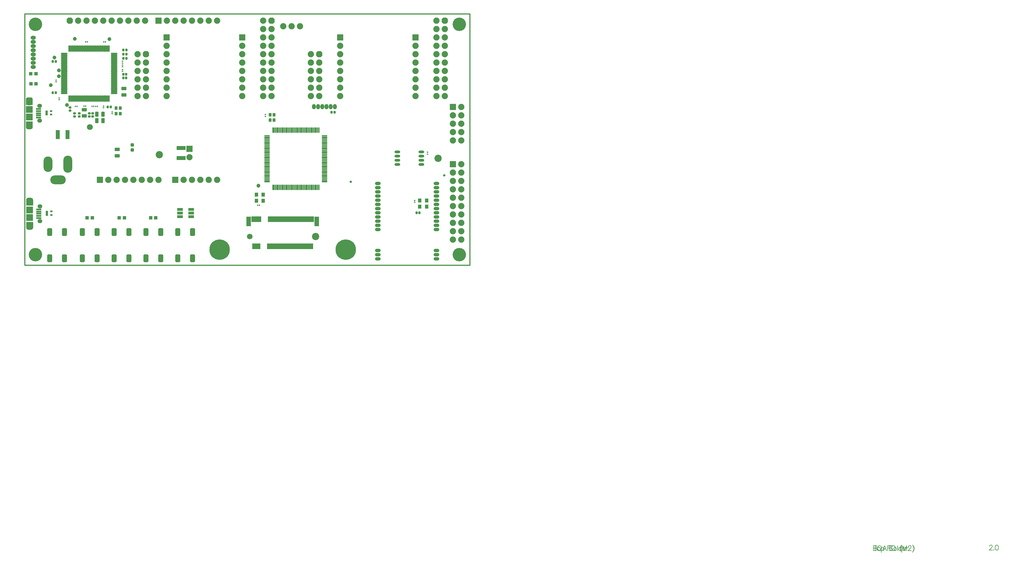
<source format=gts>
G04 Layer_Color=8388736*
%FSLAX25Y25*%
%MOIN*%
G70*
G01*
G75*
%ADD10C,0.00700*%
%ADD15R,0.03543X0.03937*%
%ADD46C,0.00591*%
%ADD48C,0.01200*%
%ADD50C,0.06693*%
%ADD134O,0.06496X0.01575*%
G04:AMPARAMS|DCode=135|XSize=94.49mil|YSize=62.99mil|CornerRadius=17.72mil|HoleSize=0mil|Usage=FLASHONLY|Rotation=90.000|XOffset=0mil|YOffset=0mil|HoleType=Round|Shape=RoundedRectangle|*
%AMROUNDEDRECTD135*
21,1,0.09449,0.02756,0,0,90.0*
21,1,0.05905,0.06299,0,0,90.0*
1,1,0.03543,0.01378,0.02953*
1,1,0.03543,0.01378,-0.02953*
1,1,0.03543,-0.01378,-0.02953*
1,1,0.03543,-0.01378,0.02953*
%
%ADD135ROUNDEDRECTD135*%
%ADD136R,0.04331X0.04724*%
G04:AMPARAMS|DCode=137|XSize=62.99mil|YSize=43.31mil|CornerRadius=12.79mil|HoleSize=0mil|Usage=FLASHONLY|Rotation=270.000|XOffset=0mil|YOffset=0mil|HoleType=Round|Shape=RoundedRectangle|*
%AMROUNDEDRECTD137*
21,1,0.06299,0.01772,0,0,270.0*
21,1,0.03740,0.04331,0,0,270.0*
1,1,0.02559,-0.00886,-0.01870*
1,1,0.02559,-0.00886,0.01870*
1,1,0.02559,0.00886,0.01870*
1,1,0.02559,0.00886,-0.01870*
%
%ADD137ROUNDEDRECTD137*%
G04:AMPARAMS|DCode=138|XSize=62.99mil|YSize=43.31mil|CornerRadius=12.79mil|HoleSize=0mil|Usage=FLASHONLY|Rotation=180.000|XOffset=0mil|YOffset=0mil|HoleType=Round|Shape=RoundedRectangle|*
%AMROUNDEDRECTD138*
21,1,0.06299,0.01772,0,0,180.0*
21,1,0.03740,0.04331,0,0,180.0*
1,1,0.02559,-0.01870,0.00886*
1,1,0.02559,0.01870,0.00886*
1,1,0.02559,0.01870,-0.00886*
1,1,0.02559,-0.01870,-0.00886*
%
%ADD138ROUNDEDRECTD138*%
%ADD139R,0.03937X0.03937*%
%ADD140R,0.11024X0.04724*%
%ADD141R,0.02559X0.01968*%
%ADD142O,0.06890X0.03150*%
%ADD143R,0.07087X0.03543*%
G04:AMPARAMS|DCode=144|XSize=29.53mil|YSize=31.5mil|CornerRadius=9.35mil|HoleSize=0mil|Usage=FLASHONLY|Rotation=180.000|XOffset=0mil|YOffset=0mil|HoleType=Round|Shape=RoundedRectangle|*
%AMROUNDEDRECTD144*
21,1,0.02953,0.01279,0,0,180.0*
21,1,0.01083,0.03150,0,0,180.0*
1,1,0.01870,-0.00541,0.00640*
1,1,0.01870,0.00541,0.00640*
1,1,0.01870,0.00541,-0.00640*
1,1,0.01870,-0.00541,-0.00640*
%
%ADD144ROUNDEDRECTD144*%
G04:AMPARAMS|DCode=145|XSize=29.53mil|YSize=31.5mil|CornerRadius=9.35mil|HoleSize=0mil|Usage=FLASHONLY|Rotation=90.000|XOffset=0mil|YOffset=0mil|HoleType=Round|Shape=RoundedRectangle|*
%AMROUNDEDRECTD145*
21,1,0.02953,0.01279,0,0,90.0*
21,1,0.01083,0.03150,0,0,90.0*
1,1,0.01870,0.00640,0.00541*
1,1,0.01870,0.00640,-0.00541*
1,1,0.01870,-0.00640,-0.00541*
1,1,0.01870,-0.00640,0.00541*
%
%ADD145ROUNDEDRECTD145*%
G04:AMPARAMS|DCode=146|XSize=15.83mil|YSize=16.81mil|CornerRadius=5.21mil|HoleSize=0mil|Usage=FLASHONLY|Rotation=180.000|XOffset=0mil|YOffset=0mil|HoleType=Round|Shape=RoundedRectangle|*
%AMROUNDEDRECTD146*
21,1,0.01583,0.00640,0,0,180.0*
21,1,0.00541,0.01681,0,0,180.0*
1,1,0.01041,-0.00271,0.00320*
1,1,0.01041,0.00271,0.00320*
1,1,0.01041,0.00271,-0.00320*
1,1,0.01041,-0.00271,-0.00320*
%
%ADD146ROUNDEDRECTD146*%
G04:AMPARAMS|DCode=147|XSize=15.83mil|YSize=16.81mil|CornerRadius=5.21mil|HoleSize=0mil|Usage=FLASHONLY|Rotation=90.000|XOffset=0mil|YOffset=0mil|HoleType=Round|Shape=RoundedRectangle|*
%AMROUNDEDRECTD147*
21,1,0.01583,0.00640,0,0,90.0*
21,1,0.00541,0.01681,0,0,90.0*
1,1,0.01041,0.00320,0.00271*
1,1,0.01041,0.00320,-0.00271*
1,1,0.01041,-0.00320,-0.00271*
1,1,0.01041,-0.00320,0.00271*
%
%ADD147ROUNDEDRECTD147*%
%ADD148R,0.01968X0.06890*%
%ADD149R,0.05512X0.11614*%
G04:AMPARAMS|DCode=150|XSize=43.31mil|YSize=39.37mil|CornerRadius=11.81mil|HoleSize=0mil|Usage=FLASHONLY|Rotation=0.000|XOffset=0mil|YOffset=0mil|HoleType=Round|Shape=RoundedRectangle|*
%AMROUNDEDRECTD150*
21,1,0.04331,0.01575,0,0,0.0*
21,1,0.01968,0.03937,0,0,0.0*
1,1,0.02362,0.00984,-0.00787*
1,1,0.02362,-0.00984,-0.00787*
1,1,0.02362,-0.00984,0.00787*
1,1,0.02362,0.00984,0.00787*
%
%ADD150ROUNDEDRECTD150*%
%ADD151O,0.07874X0.01968*%
%ADD152O,0.01968X0.07874*%
%ADD153R,0.04724X0.11024*%
%ADD154R,0.06102X0.02362*%
%ADD155O,0.01575X0.06496*%
%ADD156C,0.04724*%
%ADD157R,0.08268X0.07874*%
%ADD158C,0.16000*%
%ADD159C,0.07480*%
G04:AMPARAMS|DCode=160|XSize=74.8mil|YSize=74.8mil|CornerRadius=0mil|HoleSize=0mil|Usage=FLASHONLY|Rotation=0.000|XOffset=0mil|YOffset=0mil|HoleType=Round|Shape=Octagon|*
%AMOCTAGOND160*
4,1,8,0.03740,-0.01870,0.03740,0.01870,0.01870,0.03740,-0.01870,0.03740,-0.03740,0.01870,-0.03740,-0.01870,-0.01870,-0.03740,0.01870,-0.03740,0.03740,-0.01870,0.0*
%
%ADD160OCTAGOND160*%

%ADD161R,0.07480X0.07480*%
%ADD162C,0.08661*%
%ADD163O,0.06787X0.04189*%
%ADD164C,0.04587*%
%ADD165O,0.06299X0.04724*%
G04:AMPARAMS|DCode=166|XSize=74.8mil|YSize=74.8mil|CornerRadius=0mil|HoleSize=0mil|Usage=FLASHONLY|Rotation=270.000|XOffset=0mil|YOffset=0mil|HoleType=Round|Shape=Octagon|*
%AMOCTAGOND166*
4,1,8,-0.01870,-0.03740,0.01870,-0.03740,0.03740,-0.01870,0.03740,0.01870,0.01870,0.03740,-0.01870,0.03740,-0.03740,0.01870,-0.03740,-0.01870,-0.01870,-0.03740,0.0*
%
%ADD166OCTAGOND166*%

%ADD167C,0.24410*%
%ADD168R,0.07480X0.07480*%
%ADD169O,0.18504X0.10630*%
%ADD170O,0.10630X0.18504*%
%ADD171O,0.10630X0.20472*%
%ADD172C,0.07087*%
G04:AMPARAMS|DCode=173|XSize=90.55mil|YSize=82.68mil|CornerRadius=23.39mil|HoleSize=0mil|Usage=FLASHONLY|Rotation=90.000|XOffset=0mil|YOffset=0mil|HoleType=Round|Shape=RoundedRectangle|*
%AMROUNDEDRECTD173*
21,1,0.09055,0.03591,0,0,90.0*
21,1,0.04378,0.08268,0,0,90.0*
1,1,0.04677,0.01795,0.02189*
1,1,0.04677,0.01795,-0.02189*
1,1,0.04677,-0.01795,-0.02189*
1,1,0.04677,-0.01795,0.02189*
%
%ADD173ROUNDEDRECTD173*%
G04:AMPARAMS|DCode=174|XSize=49.21mil|YSize=57.09mil|CornerRadius=24.61mil|HoleSize=0mil|Usage=FLASHONLY|Rotation=270.000|XOffset=0mil|YOffset=0mil|HoleType=Round|Shape=RoundedRectangle|*
%AMROUNDEDRECTD174*
21,1,0.04921,0.00787,0,0,270.0*
21,1,0.00000,0.05709,0,0,270.0*
1,1,0.04921,-0.00394,0.00000*
1,1,0.04921,-0.00394,0.00000*
1,1,0.04921,0.00394,0.00000*
1,1,0.04921,0.00394,0.00000*
%
%ADD174ROUNDEDRECTD174*%
%ADD175C,0.07387*%
%ADD176R,0.07387X0.07387*%
%ADD177O,0.04724X0.06299*%
%ADD178C,0.02787*%
G36*
X7482Y80397D02*
X7496Y80397D01*
X7713Y80382D01*
X7733Y80379D01*
X7753Y80377D01*
X7931Y80345D01*
X7942Y80342D01*
X7954Y80340D01*
X8150Y80293D01*
X8153Y80292D01*
X8156Y80292D01*
X8178Y80285D01*
X8200Y80278D01*
X8202Y80277D01*
X8205Y80276D01*
X8362Y80213D01*
X8362Y80213D01*
X8490Y80162D01*
X8494Y80161D01*
X8498Y80159D01*
X8517Y80150D01*
X8537Y80140D01*
X8540Y80138D01*
X8544Y80136D01*
X8713Y80038D01*
X8727Y80028D01*
X8742Y80020D01*
X8888Y79917D01*
X8898Y79909D01*
X8910Y79900D01*
X9060Y79778D01*
X9062Y79776D01*
X9065Y79774D01*
X9081Y79758D01*
X9097Y79743D01*
X9099Y79740D01*
X9102Y79738D01*
X9263Y79561D01*
X9275Y79546D01*
X9287Y79532D01*
X9405Y79374D01*
X9414Y79361D01*
X9424Y79348D01*
X9538Y79167D01*
X9538Y79166D01*
X9539Y79165D01*
X9551Y79143D01*
X9562Y79122D01*
X9563Y79121D01*
X9563Y79119D01*
X9658Y78911D01*
X9658Y78910D01*
X9658Y78909D01*
X9667Y78886D01*
X9676Y78863D01*
X9676Y78862D01*
X9676Y78861D01*
X9779Y78518D01*
X9782Y78506D01*
X9785Y78494D01*
X9787Y78481D01*
X9790Y78468D01*
X9792Y78456D01*
X9793Y78443D01*
X9829Y78073D01*
X9830Y78054D01*
X9831Y78035D01*
Y71736D01*
X9827Y71685D01*
X9817Y71634D01*
X9801Y71585D01*
X9778Y71539D01*
X9749Y71496D01*
X9715Y71457D01*
X9676Y71423D01*
X9634Y71394D01*
X9587Y71372D01*
X9538Y71355D01*
X9488Y71345D01*
X9436Y71342D01*
X1956D01*
X1904Y71345D01*
X1854Y71355D01*
X1805Y71372D01*
X1759Y71394D01*
X1716Y71423D01*
X1677Y71457D01*
X1643Y71496D01*
X1614Y71539D01*
X1591Y71585D01*
X1575Y71634D01*
X1565Y71685D01*
X1561Y71736D01*
Y78035D01*
X1562Y78052D01*
X1563Y78068D01*
X1578Y78257D01*
X1580Y78267D01*
X1581Y78276D01*
X1608Y78485D01*
X1609Y78487D01*
X1609Y78490D01*
X1614Y78513D01*
X1618Y78535D01*
X1619Y78538D01*
X1620Y78540D01*
X1679Y78749D01*
X1684Y78764D01*
X1688Y78779D01*
X1751Y78949D01*
X1759Y78965D01*
X1765Y78981D01*
X1844Y79146D01*
X1856Y79167D01*
X1867Y79188D01*
X1977Y79361D01*
X1987Y79375D01*
X1997Y79389D01*
X2111Y79539D01*
X2119Y79548D01*
X2127Y79558D01*
X2261Y79712D01*
X2267Y79718D01*
X2273Y79725D01*
X2285Y79737D01*
X2297Y79749D01*
X2304Y79754D01*
X2311Y79760D01*
X2452Y79874D01*
X2457Y79878D01*
X2462Y79882D01*
X2608Y79992D01*
X2627Y80005D01*
X2646Y80018D01*
X2808Y80112D01*
X2823Y80120D01*
X2837Y80128D01*
X3003Y80207D01*
X3018Y80212D01*
X3032Y80219D01*
X3197Y80282D01*
X3198Y80282D01*
X3198Y80282D01*
X3221Y80289D01*
X3247Y80297D01*
X3247Y80297D01*
X3247Y80297D01*
X3448Y80345D01*
X3463Y80347D01*
X3478Y80351D01*
X3655Y80378D01*
X3671Y80379D01*
X3686Y80382D01*
X3895Y80397D01*
X3910Y80397D01*
X3924Y80398D01*
X7468D01*
X7482Y80397D01*
D02*
G37*
G36*
X9488Y51655D02*
X9538Y51645D01*
X9587Y51628D01*
X9634Y51605D01*
X9676Y51577D01*
X9715Y51543D01*
X9749Y51504D01*
X9778Y51461D01*
X9801Y51415D01*
X9817Y51366D01*
X9827Y51315D01*
X9831Y51264D01*
Y44965D01*
X9830Y44948D01*
X9829Y44932D01*
X9814Y44743D01*
X9812Y44733D01*
X9812Y44724D01*
X9784Y44515D01*
X9783Y44513D01*
X9783Y44510D01*
X9779Y44487D01*
X9774Y44465D01*
X9773Y44462D01*
X9772Y44460D01*
X9713Y44251D01*
X9708Y44236D01*
X9704Y44221D01*
X9641Y44051D01*
X9634Y44036D01*
X9627Y44019D01*
X9548Y43854D01*
X9537Y43833D01*
X9525Y43812D01*
X9415Y43639D01*
X9405Y43625D01*
X9396Y43611D01*
X9281Y43461D01*
X9273Y43452D01*
X9265Y43442D01*
X9131Y43288D01*
X9125Y43282D01*
X9119Y43275D01*
X9107Y43264D01*
X9095Y43251D01*
X9088Y43246D01*
X9081Y43240D01*
X8940Y43126D01*
X8935Y43122D01*
X8930Y43119D01*
X8784Y43008D01*
X8765Y42995D01*
X8746Y42982D01*
X8584Y42888D01*
X8569Y42880D01*
X8555Y42872D01*
X8389Y42793D01*
X8375Y42788D01*
X8360Y42781D01*
X8195Y42718D01*
X8194Y42718D01*
X8194Y42718D01*
X8171Y42711D01*
X8145Y42703D01*
X8145Y42703D01*
X8145Y42703D01*
X7944Y42655D01*
X7929Y42653D01*
X7914Y42649D01*
X7737Y42622D01*
X7722Y42621D01*
X7706Y42618D01*
X7497Y42603D01*
X7482Y42603D01*
X7468Y42601D01*
X3924D01*
X3910Y42603D01*
X3896Y42603D01*
X3679Y42618D01*
X3659Y42621D01*
X3639Y42623D01*
X3462Y42655D01*
X3450Y42658D01*
X3439Y42660D01*
X3242Y42707D01*
X3239Y42708D01*
X3236Y42708D01*
X3215Y42715D01*
X3193Y42722D01*
X3190Y42723D01*
X3187Y42724D01*
X3030Y42787D01*
X3030Y42787D01*
X2902Y42838D01*
X2898Y42839D01*
X2894Y42841D01*
X2875Y42850D01*
X2855Y42860D01*
X2852Y42862D01*
X2848Y42864D01*
X2679Y42962D01*
X2665Y42972D01*
X2650Y42980D01*
X2505Y43083D01*
X2494Y43091D01*
X2482Y43100D01*
X2332Y43222D01*
X2330Y43224D01*
X2327Y43226D01*
X2311Y43242D01*
X2295Y43257D01*
X2293Y43260D01*
X2290Y43262D01*
X2129Y43439D01*
X2117Y43454D01*
X2105Y43468D01*
X1987Y43626D01*
X1978Y43639D01*
X1969Y43652D01*
X1854Y43833D01*
X1854Y43834D01*
X1853Y43835D01*
X1841Y43857D01*
X1830Y43878D01*
X1829Y43879D01*
X1829Y43881D01*
X1734Y44089D01*
X1734Y44090D01*
X1734Y44091D01*
X1725Y44115D01*
X1716Y44137D01*
X1716Y44138D01*
X1716Y44139D01*
X1613Y44482D01*
X1610Y44494D01*
X1607Y44506D01*
X1605Y44519D01*
X1602Y44532D01*
X1601Y44544D01*
X1599Y44557D01*
X1563Y44927D01*
X1563Y44946D01*
X1561Y44965D01*
Y51264D01*
X1565Y51315D01*
X1575Y51366D01*
X1591Y51415D01*
X1614Y51461D01*
X1643Y51504D01*
X1677Y51543D01*
X1716Y51577D01*
X1759Y51605D01*
X1805Y51628D01*
X1854Y51645D01*
X1904Y51655D01*
X1956Y51658D01*
X9436D01*
X9488Y51655D01*
D02*
G37*
G36*
X7062Y200357D02*
X7077Y200357D01*
X7293Y200341D01*
X7313Y200338D01*
X7334Y200336D01*
X7511Y200304D01*
X7522Y200301D01*
X7534Y200299D01*
X7731Y200252D01*
X7733Y200251D01*
X7736Y200251D01*
X7758Y200244D01*
X7780Y200237D01*
X7782Y200236D01*
X7785Y200235D01*
X7943Y200172D01*
X7943Y200172D01*
X8071Y200121D01*
X8074Y200120D01*
X8078Y200118D01*
X8098Y200109D01*
X8117Y200099D01*
X8121Y200097D01*
X8124Y200095D01*
X8294Y199997D01*
X8308Y199987D01*
X8322Y199979D01*
X8468Y199876D01*
X8479Y199867D01*
X8490Y199859D01*
X8640Y199737D01*
X8642Y199735D01*
X8645Y199733D01*
X8661Y199717D01*
X8678Y199702D01*
X8680Y199699D01*
X8682Y199697D01*
X8844Y199520D01*
X8855Y199505D01*
X8868Y199491D01*
X8986Y199334D01*
X8994Y199320D01*
X9004Y199307D01*
X9118Y199126D01*
X9119Y199125D01*
X9119Y199124D01*
X9131Y199102D01*
X9143Y199081D01*
X9143Y199080D01*
X9144Y199079D01*
X9238Y198870D01*
X9238Y198869D01*
X9239Y198868D01*
X9248Y198845D01*
X9256Y198821D01*
X9257Y198821D01*
X9257Y198820D01*
X9359Y198477D01*
X9362Y198465D01*
X9366Y198453D01*
X9368Y198440D01*
X9371Y198427D01*
X9372Y198415D01*
X9374Y198402D01*
X9409Y198032D01*
X9410Y198013D01*
X9411Y197994D01*
Y191695D01*
X9408Y191644D01*
X9398Y191593D01*
X9381Y191544D01*
X9358Y191498D01*
X9330Y191455D01*
X9296Y191416D01*
X9257Y191382D01*
X9214Y191354D01*
X9167Y191331D01*
X9119Y191314D01*
X9068Y191304D01*
X9016Y191301D01*
X1536D01*
X1485Y191304D01*
X1434Y191314D01*
X1385Y191331D01*
X1339Y191354D01*
X1296Y191382D01*
X1257Y191416D01*
X1223Y191455D01*
X1194Y191498D01*
X1172Y191544D01*
X1155Y191593D01*
X1145Y191644D01*
X1142Y191695D01*
Y197994D01*
X1143Y198011D01*
X1143Y198027D01*
X1159Y198216D01*
X1160Y198226D01*
X1161Y198235D01*
X1188Y198444D01*
X1189Y198446D01*
X1189Y198449D01*
X1194Y198472D01*
X1199Y198494D01*
X1199Y198497D01*
X1200Y198500D01*
X1259Y198708D01*
X1264Y198723D01*
X1269Y198738D01*
X1332Y198908D01*
X1339Y198924D01*
X1345Y198940D01*
X1424Y199105D01*
X1436Y199126D01*
X1447Y199147D01*
X1558Y199320D01*
X1568Y199334D01*
X1577Y199348D01*
X1691Y199498D01*
X1699Y199507D01*
X1707Y199518D01*
X1841Y199671D01*
X1847Y199677D01*
X1853Y199684D01*
X1866Y199696D01*
X1878Y199708D01*
X1885Y199713D01*
X1891Y199719D01*
X2033Y199833D01*
X2038Y199837D01*
X2042Y199841D01*
X2188Y199951D01*
X2207Y199964D01*
X2227Y199977D01*
X2388Y200071D01*
X2403Y200079D01*
X2418Y200087D01*
X2583Y200166D01*
X2598Y200172D01*
X2612Y200178D01*
X2778Y200241D01*
X2778Y200241D01*
X2778Y200241D01*
X2801Y200249D01*
X2827Y200256D01*
X2827Y200256D01*
X2828Y200256D01*
X3029Y200304D01*
X3043Y200306D01*
X3058Y200309D01*
X3235Y200337D01*
X3251Y200339D01*
X3266Y200341D01*
X3475Y200356D01*
X3490Y200357D01*
X3505Y200358D01*
X7048D01*
X7062Y200357D01*
D02*
G37*
G36*
X9068Y171614D02*
X9119Y171604D01*
X9167Y171587D01*
X9214Y171564D01*
X9257Y171536D01*
X9296Y171502D01*
X9330Y171463D01*
X9358Y171420D01*
X9381Y171374D01*
X9398Y171325D01*
X9408Y171274D01*
X9411Y171223D01*
Y164924D01*
X9410Y164907D01*
X9410Y164891D01*
X9394Y164702D01*
X9392Y164692D01*
X9392Y164683D01*
X9364Y164474D01*
X9364Y164472D01*
X9364Y164469D01*
X9359Y164446D01*
X9354Y164424D01*
X9353Y164421D01*
X9353Y164419D01*
X9294Y164210D01*
X9289Y164195D01*
X9284Y164180D01*
X9221Y164010D01*
X9214Y163995D01*
X9207Y163978D01*
X9129Y163813D01*
X9117Y163792D01*
X9105Y163771D01*
X8995Y163598D01*
X8985Y163584D01*
X8976Y163570D01*
X8862Y163420D01*
X8853Y163411D01*
X8845Y163401D01*
X8712Y163247D01*
X8705Y163241D01*
X8700Y163234D01*
X8687Y163223D01*
X8675Y163210D01*
X8668Y163205D01*
X8662Y163199D01*
X8520Y163085D01*
X8515Y163082D01*
X8511Y163077D01*
X8365Y162967D01*
X8345Y162954D01*
X8326Y162941D01*
X8165Y162847D01*
X8150Y162839D01*
X8135Y162831D01*
X7970Y162752D01*
X7955Y162747D01*
X7941Y162740D01*
X7775Y162677D01*
X7775Y162677D01*
X7774Y162677D01*
X7751Y162670D01*
X7726Y162662D01*
X7725Y162662D01*
X7725Y162662D01*
X7524Y162614D01*
X7509Y162612D01*
X7495Y162609D01*
X7317Y162581D01*
X7302Y162580D01*
X7286Y162577D01*
X7078Y162562D01*
X7063Y162562D01*
X7048Y162561D01*
X3505D01*
X3490Y162562D01*
X3476Y162562D01*
X3260Y162577D01*
X3240Y162580D01*
X3219Y162582D01*
X3042Y162614D01*
X3031Y162617D01*
X3019Y162619D01*
X2822Y162666D01*
X2819Y162667D01*
X2817Y162667D01*
X2795Y162674D01*
X2773Y162681D01*
X2770Y162682D01*
X2768Y162683D01*
X2610Y162746D01*
X2610Y162746D01*
X2482Y162797D01*
X2479Y162798D01*
X2475Y162800D01*
X2455Y162810D01*
X2435Y162819D01*
X2432Y162821D01*
X2428Y162823D01*
X2259Y162921D01*
X2245Y162931D01*
X2231Y162939D01*
X2085Y163042D01*
X2074Y163051D01*
X2062Y163059D01*
X1913Y163181D01*
X1910Y163183D01*
X1908Y163185D01*
X1892Y163201D01*
X1875Y163216D01*
X1873Y163219D01*
X1871Y163221D01*
X1709Y163398D01*
X1697Y163413D01*
X1685Y163427D01*
X1567Y163584D01*
X1558Y163598D01*
X1549Y163611D01*
X1435Y163792D01*
X1434Y163793D01*
X1433Y163794D01*
X1422Y163816D01*
X1410Y163837D01*
X1410Y163838D01*
X1409Y163840D01*
X1315Y164048D01*
X1314Y164049D01*
X1314Y164050D01*
X1305Y164074D01*
X1296Y164097D01*
X1296Y164097D01*
X1296Y164098D01*
X1194Y164441D01*
X1191Y164453D01*
X1187Y164465D01*
X1185Y164478D01*
X1182Y164491D01*
X1181Y164504D01*
X1179Y164516D01*
X1144Y164886D01*
X1143Y164905D01*
X1142Y164924D01*
Y171223D01*
X1145Y171274D01*
X1155Y171325D01*
X1172Y171374D01*
X1194Y171420D01*
X1223Y171463D01*
X1257Y171502D01*
X1296Y171536D01*
X1339Y171564D01*
X1385Y171587D01*
X1434Y171604D01*
X1485Y171614D01*
X1536Y171617D01*
X9016D01*
X9068Y171614D01*
D02*
G37*
D10*
X1152281Y-335451D02*
Y-335170D01*
X1152562Y-334607D01*
X1152843Y-334326D01*
X1153405Y-334045D01*
X1154530D01*
X1155092Y-334326D01*
X1155374Y-334607D01*
X1155655Y-335170D01*
Y-335732D01*
X1155374Y-336294D01*
X1154811Y-337138D01*
X1152000Y-339949D01*
X1155936D01*
X1157538Y-339387D02*
X1157257Y-339668D01*
X1157538Y-339949D01*
X1157820Y-339668D01*
X1157538Y-339387D01*
X1160800Y-334045D02*
X1159956Y-334326D01*
X1159394Y-335170D01*
X1159113Y-336575D01*
Y-337419D01*
X1159394Y-338825D01*
X1159956Y-339668D01*
X1160800Y-339949D01*
X1161362D01*
X1162206Y-339668D01*
X1162768Y-338825D01*
X1163049Y-337419D01*
Y-336575D01*
X1162768Y-335170D01*
X1162206Y-334326D01*
X1161362Y-334045D01*
X1160800D01*
X1152281Y-335451D02*
Y-335170D01*
X1152562Y-334607D01*
X1152843Y-334326D01*
X1153405Y-334045D01*
X1154530D01*
X1155092Y-334326D01*
X1155374Y-334607D01*
X1155655Y-335170D01*
Y-335732D01*
X1155374Y-336294D01*
X1154811Y-337138D01*
X1152000Y-339949D01*
X1155936D01*
X1157538Y-339387D02*
X1157257Y-339668D01*
X1157538Y-339949D01*
X1157820Y-339668D01*
X1157538Y-339387D01*
X1160800Y-334045D02*
X1159956Y-334326D01*
X1159394Y-335170D01*
X1159113Y-336575D01*
Y-337419D01*
X1159394Y-338825D01*
X1159956Y-339668D01*
X1160800Y-339949D01*
X1161362D01*
X1162206Y-339668D01*
X1162768Y-338825D01*
X1163049Y-337419D01*
Y-336575D01*
X1162768Y-335170D01*
X1162206Y-334326D01*
X1161362Y-334045D01*
X1160800D01*
D15*
X292800Y173304D02*
D03*
Y179800D02*
D03*
X297721Y173304D02*
D03*
Y179800D02*
D03*
X108879Y181004D02*
D03*
Y187500D02*
D03*
X113800Y181004D02*
D03*
Y187500D02*
D03*
D46*
X1015473Y-334745D02*
Y-340649D01*
X1013504Y-334745D02*
X1017441D01*
X1019549Y-336713D02*
X1018987Y-336994D01*
X1018425Y-337556D01*
X1018143Y-338400D01*
Y-338962D01*
X1018425Y-339805D01*
X1018987Y-340368D01*
X1019549Y-340649D01*
X1020393D01*
X1020955Y-340368D01*
X1021517Y-339805D01*
X1021799Y-338962D01*
Y-338400D01*
X1021517Y-337556D01*
X1020955Y-336994D01*
X1020393Y-336713D01*
X1019549D01*
X1023092D02*
Y-342617D01*
Y-337556D02*
X1023654Y-336994D01*
X1024216Y-336713D01*
X1025060D01*
X1025622Y-336994D01*
X1026184Y-337556D01*
X1026466Y-338400D01*
Y-338962D01*
X1026184Y-339805D01*
X1025622Y-340368D01*
X1025060Y-340649D01*
X1024216D01*
X1023654Y-340368D01*
X1023092Y-339805D01*
X1036306Y-335588D02*
X1035744Y-335026D01*
X1034900Y-334745D01*
X1033776D01*
X1032932Y-335026D01*
X1032370Y-335588D01*
Y-336150D01*
X1032651Y-336713D01*
X1032932Y-336994D01*
X1033494Y-337275D01*
X1035181Y-337837D01*
X1035744Y-338119D01*
X1036025Y-338400D01*
X1036306Y-338962D01*
Y-339805D01*
X1035744Y-340368D01*
X1034900Y-340649D01*
X1033776D01*
X1032932Y-340368D01*
X1032370Y-339805D01*
X1039033Y-336713D02*
X1038471Y-336994D01*
X1037909Y-337556D01*
X1037628Y-338400D01*
Y-338962D01*
X1037909Y-339805D01*
X1038471Y-340368D01*
X1039033Y-340649D01*
X1039877D01*
X1040439Y-340368D01*
X1041001Y-339805D01*
X1041282Y-338962D01*
Y-338400D01*
X1041001Y-337556D01*
X1040439Y-336994D01*
X1039877Y-336713D01*
X1039033D01*
X1042576Y-334745D02*
Y-340649D01*
X1047187Y-334745D02*
Y-340649D01*
Y-337556D02*
X1046624Y-336994D01*
X1046062Y-336713D01*
X1045219D01*
X1044656Y-336994D01*
X1044094Y-337556D01*
X1043813Y-338400D01*
Y-338962D01*
X1044094Y-339805D01*
X1044656Y-340368D01*
X1045219Y-340649D01*
X1046062D01*
X1046624Y-340368D01*
X1047187Y-339805D01*
X1048761Y-338400D02*
X1052135D01*
Y-337837D01*
X1051854Y-337275D01*
X1051573Y-336994D01*
X1051010Y-336713D01*
X1050167D01*
X1049605Y-336994D01*
X1049042Y-337556D01*
X1048761Y-338400D01*
Y-338962D01*
X1049042Y-339805D01*
X1049605Y-340368D01*
X1050167Y-340649D01*
X1051010D01*
X1051573Y-340368D01*
X1052135Y-339805D01*
X1053400Y-336713D02*
Y-340649D01*
Y-338400D02*
X1053681Y-337556D01*
X1054244Y-336994D01*
X1054806Y-336713D01*
X1055649D01*
X1013504Y-334745D02*
Y-340649D01*
Y-334745D02*
X1016035D01*
X1016878Y-335026D01*
X1017159Y-335307D01*
X1017441Y-335869D01*
Y-336432D01*
X1017159Y-336994D01*
X1016878Y-337275D01*
X1016035Y-337556D01*
X1013504D02*
X1016035D01*
X1016878Y-337837D01*
X1017159Y-338119D01*
X1017441Y-338681D01*
Y-339524D01*
X1017159Y-340087D01*
X1016878Y-340368D01*
X1016035Y-340649D01*
X1013504D01*
X1020449Y-334745D02*
X1019887Y-335026D01*
X1019324Y-335588D01*
X1019043Y-336150D01*
X1018762Y-336994D01*
Y-338400D01*
X1019043Y-339243D01*
X1019324Y-339805D01*
X1019887Y-340368D01*
X1020449Y-340649D01*
X1021574D01*
X1022136Y-340368D01*
X1022698Y-339805D01*
X1022979Y-339243D01*
X1023260Y-338400D01*
Y-336994D01*
X1022979Y-336150D01*
X1022698Y-335588D01*
X1022136Y-335026D01*
X1021574Y-334745D01*
X1020449D01*
X1029137Y-340649D02*
X1026887Y-334745D01*
X1024638Y-340649D01*
X1025482Y-338681D02*
X1028293D01*
X1030514Y-334745D02*
Y-340649D01*
Y-334745D02*
X1033045D01*
X1033888Y-335026D01*
X1034169Y-335307D01*
X1034450Y-335869D01*
Y-336432D01*
X1034169Y-336994D01*
X1033888Y-337275D01*
X1033045Y-337556D01*
X1030514D01*
X1032482D02*
X1034450Y-340649D01*
X1035772Y-334745D02*
Y-340649D01*
Y-334745D02*
X1037740D01*
X1038583Y-335026D01*
X1039146Y-335588D01*
X1039427Y-336150D01*
X1039708Y-336994D01*
Y-338400D01*
X1039427Y-339243D01*
X1039146Y-339805D01*
X1038583Y-340368D01*
X1037740Y-340649D01*
X1035772D01*
X1047637Y-333620D02*
X1047074Y-334182D01*
X1046512Y-335026D01*
X1045950Y-336150D01*
X1045669Y-337556D01*
Y-338681D01*
X1045950Y-340087D01*
X1046512Y-341211D01*
X1047074Y-342055D01*
X1047637Y-342617D01*
X1047074Y-334182D02*
X1046512Y-335307D01*
X1046231Y-336150D01*
X1045950Y-337556D01*
Y-338681D01*
X1046231Y-340087D01*
X1046512Y-340930D01*
X1047074Y-342055D01*
X1048761Y-334745D02*
Y-340649D01*
Y-334745D02*
X1051010Y-340649D01*
X1053260Y-334745D02*
X1051010Y-340649D01*
X1053260Y-334745D02*
Y-340649D01*
X1055228Y-336150D02*
Y-335869D01*
X1055509Y-335307D01*
X1055790Y-335026D01*
X1056352Y-334745D01*
X1057477D01*
X1058039Y-335026D01*
X1058320Y-335307D01*
X1058602Y-335869D01*
Y-336432D01*
X1058320Y-336994D01*
X1057758Y-337837D01*
X1054947Y-340649D01*
X1058883D01*
X1060204Y-333620D02*
X1060767Y-334182D01*
X1061329Y-335026D01*
X1061891Y-336150D01*
X1062172Y-337556D01*
Y-338681D01*
X1061891Y-340087D01*
X1061329Y-341211D01*
X1060767Y-342055D01*
X1060204Y-342617D01*
X1060767Y-334182D02*
X1061329Y-335307D01*
X1061610Y-336150D01*
X1061891Y-337556D01*
Y-338681D01*
X1061610Y-340087D01*
X1061329Y-340930D01*
X1060767Y-342055D01*
D48*
X531500Y0D02*
Y300000D01*
X0D02*
X531500D01*
X0Y0D02*
Y300000D01*
Y0D02*
X531500D01*
D50*
X268603Y34332D02*
D03*
D134*
X289448Y148360D02*
D03*
Y149934D02*
D03*
Y99541D02*
D03*
Y101116D02*
D03*
Y102691D02*
D03*
Y104265D02*
D03*
Y105840D02*
D03*
Y107415D02*
D03*
Y108990D02*
D03*
Y110565D02*
D03*
Y112139D02*
D03*
Y113714D02*
D03*
Y115289D02*
D03*
Y116864D02*
D03*
Y118439D02*
D03*
Y120013D02*
D03*
Y121588D02*
D03*
Y123163D02*
D03*
Y124738D02*
D03*
Y126313D02*
D03*
Y127887D02*
D03*
Y129462D02*
D03*
Y131037D02*
D03*
Y132612D02*
D03*
Y134187D02*
D03*
Y135761D02*
D03*
Y137336D02*
D03*
Y138911D02*
D03*
Y140486D02*
D03*
Y142060D02*
D03*
Y143635D02*
D03*
Y145210D02*
D03*
Y146785D02*
D03*
Y151509D02*
D03*
Y153084D02*
D03*
Y154659D02*
D03*
X357952D02*
D03*
Y153084D02*
D03*
Y151509D02*
D03*
Y149934D02*
D03*
Y148360D02*
D03*
Y146785D02*
D03*
Y145210D02*
D03*
Y143635D02*
D03*
Y142060D02*
D03*
Y140486D02*
D03*
Y138911D02*
D03*
Y137336D02*
D03*
Y135761D02*
D03*
Y134187D02*
D03*
Y132612D02*
D03*
Y131037D02*
D03*
Y129462D02*
D03*
Y127887D02*
D03*
Y126313D02*
D03*
Y124738D02*
D03*
Y123163D02*
D03*
Y121588D02*
D03*
Y120013D02*
D03*
Y118439D02*
D03*
Y116864D02*
D03*
Y115289D02*
D03*
Y113714D02*
D03*
Y112139D02*
D03*
Y110565D02*
D03*
Y108990D02*
D03*
Y107415D02*
D03*
Y105840D02*
D03*
Y104265D02*
D03*
Y102691D02*
D03*
Y101116D02*
D03*
Y99541D02*
D03*
D135*
X200358Y39650D02*
D03*
X182642D02*
D03*
Y8350D02*
D03*
X200358D02*
D03*
X162358Y39650D02*
D03*
X144642D02*
D03*
Y8350D02*
D03*
X162358D02*
D03*
X124358Y39650D02*
D03*
X106642D02*
D03*
Y8350D02*
D03*
X124358D02*
D03*
X86358Y39650D02*
D03*
X68642D02*
D03*
Y8350D02*
D03*
X86358D02*
D03*
X47358Y39650D02*
D03*
X29642D02*
D03*
Y8350D02*
D03*
X47358D02*
D03*
D136*
X480033Y69959D02*
D03*
X471766D02*
D03*
X480033Y77440D02*
D03*
X471766D02*
D03*
X284734Y76960D02*
D03*
X276466D02*
D03*
X284734Y84440D02*
D03*
X276466D02*
D03*
D137*
X85860Y180200D02*
D03*
X93340D02*
D03*
X93440Y172800D02*
D03*
X85960D02*
D03*
D138*
X118200Y210891D02*
D03*
Y203410D02*
D03*
X110200Y138280D02*
D03*
Y130800D02*
D03*
X70800Y178260D02*
D03*
Y185740D02*
D03*
D139*
X7101Y228800D02*
D03*
X13400D02*
D03*
X150150Y56500D02*
D03*
X156450D02*
D03*
X13450Y216500D02*
D03*
X7150D02*
D03*
X74350Y56500D02*
D03*
X80650D02*
D03*
X112750D02*
D03*
X119050D02*
D03*
D140*
X186700Y128094D02*
D03*
Y139906D02*
D03*
D141*
X26296Y64069D02*
D03*
Y62100D02*
D03*
Y60132D02*
D03*
X31611Y64167D02*
D03*
Y60132D02*
D03*
X25943Y183768D02*
D03*
Y181800D02*
D03*
Y179832D02*
D03*
X31258Y183867D02*
D03*
Y179832D02*
D03*
D142*
X444830Y135300D02*
D03*
Y130300D02*
D03*
Y125300D02*
D03*
Y120300D02*
D03*
X473570Y135300D02*
D03*
Y130300D02*
D03*
Y125300D02*
D03*
Y120300D02*
D03*
D143*
X198600Y66500D02*
D03*
Y62300D02*
D03*
Y58100D02*
D03*
X185200D02*
D03*
Y62300D02*
D03*
Y66500D02*
D03*
D144*
X117628Y256900D02*
D03*
X121172D02*
D03*
X33428Y206100D02*
D03*
X36972D02*
D03*
X102572Y188900D02*
D03*
X99028D02*
D03*
X121072Y228000D02*
D03*
X117528D02*
D03*
Y223500D02*
D03*
X121072D02*
D03*
X121272Y246900D02*
D03*
X117728D02*
D03*
X117700Y252100D02*
D03*
X121243D02*
D03*
X36972Y243400D02*
D03*
X33428D02*
D03*
X467857Y62600D02*
D03*
X471400D02*
D03*
X366328Y182500D02*
D03*
X369872D02*
D03*
D145*
X81100Y181300D02*
D03*
Y177757D02*
D03*
X76800Y181272D02*
D03*
Y177728D02*
D03*
X64800Y181243D02*
D03*
Y177700D02*
D03*
X59400Y181272D02*
D03*
Y177728D02*
D03*
X53900Y188300D02*
D03*
Y184757D02*
D03*
D146*
X62334Y189800D02*
D03*
X60267D02*
D03*
X96434Y266600D02*
D03*
X94367D02*
D03*
X74734D02*
D03*
X72667D02*
D03*
X80266Y189800D02*
D03*
X82333D02*
D03*
X72733Y189900D02*
D03*
X70666D02*
D03*
X86633Y189800D02*
D03*
X84566D02*
D03*
X280400Y71800D02*
D03*
X278333D02*
D03*
D147*
X37200Y218967D02*
D03*
Y221034D02*
D03*
X116600Y237067D02*
D03*
Y239134D02*
D03*
X116600Y243500D02*
D03*
Y241433D02*
D03*
Y233567D02*
D03*
Y231500D02*
D03*
X94000Y190033D02*
D03*
Y187967D02*
D03*
X104300Y180867D02*
D03*
Y182933D02*
D03*
X40900Y197566D02*
D03*
Y199634D02*
D03*
X481100Y134834D02*
D03*
Y132766D02*
D03*
X465600Y77434D02*
D03*
Y75366D02*
D03*
X287400Y179833D02*
D03*
Y177767D02*
D03*
D148*
X272540Y22718D02*
D03*
X271556Y55100D02*
D03*
X304036Y22718D02*
D03*
X296162D02*
D03*
X280414D02*
D03*
X303052Y55100D02*
D03*
X295178D02*
D03*
X279430D02*
D03*
X327658Y22718D02*
D03*
X319784D02*
D03*
X311910D02*
D03*
X326674Y55100D02*
D03*
X318800D02*
D03*
X310926D02*
D03*
X278446Y22718D02*
D03*
X276477D02*
D03*
X274509D02*
D03*
X277462Y55100D02*
D03*
X275493D02*
D03*
X273524D02*
D03*
X281399D02*
D03*
X294194Y22718D02*
D03*
X292225D02*
D03*
X290257D02*
D03*
X293210Y55100D02*
D03*
X291241D02*
D03*
X302068Y22718D02*
D03*
X300099D02*
D03*
X298131D02*
D03*
X301083Y55100D02*
D03*
X299115D02*
D03*
X297147D02*
D03*
X309942Y22718D02*
D03*
X307973D02*
D03*
X306005D02*
D03*
X308958Y55100D02*
D03*
X306989D02*
D03*
X305020D02*
D03*
X317816Y22718D02*
D03*
X315847D02*
D03*
X313879D02*
D03*
X316831Y55100D02*
D03*
X314863D02*
D03*
X312895D02*
D03*
X325690Y22718D02*
D03*
X323721D02*
D03*
X321753D02*
D03*
X324706Y55100D02*
D03*
X322737D02*
D03*
X320768D02*
D03*
X329627Y22718D02*
D03*
X328643Y55100D02*
D03*
X330611D02*
D03*
X332579D02*
D03*
X338485D02*
D03*
X336516D02*
D03*
X334548D02*
D03*
X344391D02*
D03*
X342422D02*
D03*
X340454D02*
D03*
X339469Y22718D02*
D03*
X341438D02*
D03*
X343406D02*
D03*
X331595D02*
D03*
X333564D02*
D03*
X335532D02*
D03*
X337501D02*
D03*
D149*
X267225Y52246D02*
D03*
X348721D02*
D03*
D150*
X128400Y143799D02*
D03*
Y137500D02*
D03*
D151*
X106476Y205254D02*
D03*
Y207222D02*
D03*
Y209191D02*
D03*
Y211159D02*
D03*
Y213128D02*
D03*
Y215096D02*
D03*
Y217065D02*
D03*
Y219033D02*
D03*
Y221002D02*
D03*
Y222970D02*
D03*
Y224939D02*
D03*
Y226907D02*
D03*
Y228876D02*
D03*
Y230844D02*
D03*
Y232813D02*
D03*
Y234781D02*
D03*
Y236750D02*
D03*
Y238718D02*
D03*
Y240687D02*
D03*
Y242655D02*
D03*
Y244624D02*
D03*
Y246592D02*
D03*
Y248561D02*
D03*
Y250529D02*
D03*
Y252498D02*
D03*
X47028D02*
D03*
Y250529D02*
D03*
Y248561D02*
D03*
Y246592D02*
D03*
Y244624D02*
D03*
Y242655D02*
D03*
Y240687D02*
D03*
Y238718D02*
D03*
Y236750D02*
D03*
Y234781D02*
D03*
Y232813D02*
D03*
Y230844D02*
D03*
Y228876D02*
D03*
Y226907D02*
D03*
Y224939D02*
D03*
Y222970D02*
D03*
Y221002D02*
D03*
Y219033D02*
D03*
Y217065D02*
D03*
Y215096D02*
D03*
Y213128D02*
D03*
Y211159D02*
D03*
Y209191D02*
D03*
Y207222D02*
D03*
Y205254D02*
D03*
D152*
X100374Y258600D02*
D03*
X98405D02*
D03*
X96437D02*
D03*
X94468D02*
D03*
X92500D02*
D03*
X90531D02*
D03*
X88563D02*
D03*
X86594D02*
D03*
X84626D02*
D03*
X82657D02*
D03*
X80689D02*
D03*
X78720D02*
D03*
X76752D02*
D03*
X74783D02*
D03*
X72815D02*
D03*
X70846D02*
D03*
X68878D02*
D03*
X66909D02*
D03*
X64941D02*
D03*
X62972D02*
D03*
X61004D02*
D03*
X59035D02*
D03*
X57067D02*
D03*
X55098D02*
D03*
X53130D02*
D03*
Y199151D02*
D03*
X55098D02*
D03*
X57067D02*
D03*
X59035D02*
D03*
X61004D02*
D03*
X62972D02*
D03*
X64941D02*
D03*
X66909D02*
D03*
X68878D02*
D03*
X70846D02*
D03*
X72815D02*
D03*
X74783D02*
D03*
X76752D02*
D03*
X78720D02*
D03*
X80689D02*
D03*
X82657D02*
D03*
X84626D02*
D03*
X86594D02*
D03*
X88563D02*
D03*
X90531D02*
D03*
X92500D02*
D03*
X94468D02*
D03*
X96437D02*
D03*
X98405D02*
D03*
X100374D02*
D03*
D153*
X51105Y156000D02*
D03*
X39294D02*
D03*
D154*
X16720Y56382D02*
D03*
Y58941D02*
D03*
Y61500D02*
D03*
Y64059D02*
D03*
Y66618D02*
D03*
X16300Y186577D02*
D03*
Y184018D02*
D03*
Y181459D02*
D03*
Y178900D02*
D03*
Y176341D02*
D03*
D155*
X351259Y92848D02*
D03*
X349684D02*
D03*
X348110D02*
D03*
X346535D02*
D03*
X344960D02*
D03*
X343385D02*
D03*
X341810D02*
D03*
X340235D02*
D03*
X338661D02*
D03*
X337086D02*
D03*
X335511D02*
D03*
X333936D02*
D03*
X332362D02*
D03*
X330787D02*
D03*
X329212D02*
D03*
X327637D02*
D03*
X326062D02*
D03*
X324487D02*
D03*
X322913D02*
D03*
X321338D02*
D03*
X319763D02*
D03*
X318188D02*
D03*
X316614D02*
D03*
X315039D02*
D03*
X313464D02*
D03*
X311889D02*
D03*
X310314D02*
D03*
X308739D02*
D03*
X307165D02*
D03*
X305590D02*
D03*
X304015D02*
D03*
X302440D02*
D03*
X300866D02*
D03*
X299291D02*
D03*
X297716D02*
D03*
X296141D02*
D03*
Y161352D02*
D03*
X297716D02*
D03*
X299291D02*
D03*
X300866D02*
D03*
X302440D02*
D03*
X304015D02*
D03*
X305590D02*
D03*
X307165D02*
D03*
X308739D02*
D03*
X310314D02*
D03*
X311889D02*
D03*
X313464D02*
D03*
X315039D02*
D03*
X316614D02*
D03*
X318188D02*
D03*
X319763D02*
D03*
X321338D02*
D03*
X322913D02*
D03*
X324487D02*
D03*
X326062D02*
D03*
X327637D02*
D03*
X329212D02*
D03*
X330787D02*
D03*
X332362D02*
D03*
X333936D02*
D03*
X335511D02*
D03*
X337086D02*
D03*
X338661D02*
D03*
X340235D02*
D03*
X341810D02*
D03*
X343385D02*
D03*
X344960D02*
D03*
X346535D02*
D03*
X348110D02*
D03*
X349684D02*
D03*
X351259D02*
D03*
D156*
X279100Y94900D02*
D03*
D157*
X5696Y66028D02*
D03*
Y56973D02*
D03*
X5275Y176932D02*
D03*
Y185987D02*
D03*
D158*
X519000Y287500D02*
D03*
X12500D02*
D03*
Y12500D02*
D03*
X518996D02*
D03*
D159*
X143500Y292000D02*
D03*
X133500D02*
D03*
X123500D02*
D03*
X113500D02*
D03*
X83500D02*
D03*
X73500D02*
D03*
X63500D02*
D03*
X93500D02*
D03*
X103500D02*
D03*
X229500D02*
D03*
X219500D02*
D03*
X189500D02*
D03*
X179500D02*
D03*
X169500D02*
D03*
X199500D02*
D03*
X209500D02*
D03*
X159500Y102000D02*
D03*
X149500D02*
D03*
X119500D02*
D03*
X109500D02*
D03*
X99500D02*
D03*
X129500D02*
D03*
X139500D02*
D03*
X229500D02*
D03*
X199500D02*
D03*
X209500D02*
D03*
X219500D02*
D03*
X189500D02*
D03*
X308600Y285200D02*
D03*
X318600D02*
D03*
X328600D02*
D03*
X294500Y202000D02*
D03*
X284500D02*
D03*
X294500Y212000D02*
D03*
X284500D02*
D03*
Y282000D02*
D03*
X294500D02*
D03*
X284500Y292000D02*
D03*
X294500Y272000D02*
D03*
X284500D02*
D03*
Y242000D02*
D03*
X294500D02*
D03*
X284500Y252000D02*
D03*
X294500D02*
D03*
X284500Y262000D02*
D03*
X294500D02*
D03*
Y232000D02*
D03*
X284500Y222000D02*
D03*
X294500D02*
D03*
X284500Y232000D02*
D03*
X134500Y242000D02*
D03*
X144500D02*
D03*
X134500Y252000D02*
D03*
X144500Y232000D02*
D03*
X134500D02*
D03*
Y202000D02*
D03*
X144500D02*
D03*
X134500Y212000D02*
D03*
X144500D02*
D03*
X134500Y222000D02*
D03*
X144500D02*
D03*
X501500Y202000D02*
D03*
X491500D02*
D03*
X501500Y212000D02*
D03*
X491500D02*
D03*
Y282000D02*
D03*
X501500D02*
D03*
X491500Y292000D02*
D03*
X501500Y272000D02*
D03*
X491500D02*
D03*
Y242000D02*
D03*
X501500D02*
D03*
X491500Y252000D02*
D03*
X501500D02*
D03*
X491500Y262000D02*
D03*
X501500D02*
D03*
Y232000D02*
D03*
X491500Y222000D02*
D03*
X501500D02*
D03*
X491500Y232000D02*
D03*
X341500Y242000D02*
D03*
X351500D02*
D03*
X341500Y252000D02*
D03*
X351500Y232000D02*
D03*
X341500D02*
D03*
Y202000D02*
D03*
X351500D02*
D03*
X341500Y212000D02*
D03*
X351500D02*
D03*
X341500Y222000D02*
D03*
X351500D02*
D03*
X511200Y30500D02*
D03*
X521200D02*
D03*
X511200Y40500D02*
D03*
Y50500D02*
D03*
Y60500D02*
D03*
Y70500D02*
D03*
Y80500D02*
D03*
Y90500D02*
D03*
Y100500D02*
D03*
Y110500D02*
D03*
X521200Y40500D02*
D03*
Y50500D02*
D03*
Y60500D02*
D03*
Y70500D02*
D03*
Y80500D02*
D03*
Y90500D02*
D03*
Y100500D02*
D03*
Y110500D02*
D03*
Y120500D02*
D03*
Y149000D02*
D03*
X511200D02*
D03*
X521200Y159000D02*
D03*
X511200D02*
D03*
X521200Y179000D02*
D03*
X511200D02*
D03*
X521200Y189000D02*
D03*
X511200Y169000D02*
D03*
X521200D02*
D03*
X169200Y202000D02*
D03*
Y212000D02*
D03*
Y242000D02*
D03*
Y252000D02*
D03*
Y262000D02*
D03*
Y232000D02*
D03*
Y222000D02*
D03*
X259500Y202000D02*
D03*
Y212000D02*
D03*
Y242000D02*
D03*
Y252000D02*
D03*
Y262000D02*
D03*
Y232000D02*
D03*
Y222000D02*
D03*
X376500Y202000D02*
D03*
Y212000D02*
D03*
Y242000D02*
D03*
Y252000D02*
D03*
Y262000D02*
D03*
Y232000D02*
D03*
Y222000D02*
D03*
X466500Y202000D02*
D03*
Y212000D02*
D03*
Y242000D02*
D03*
Y252000D02*
D03*
Y262000D02*
D03*
Y232000D02*
D03*
Y222000D02*
D03*
D160*
X53500Y292000D02*
D03*
D161*
X159500D02*
D03*
X89500Y102000D02*
D03*
X179500D02*
D03*
D162*
X493600Y127800D02*
D03*
X347343Y34332D02*
D03*
X160500Y132100D02*
D03*
D163*
X491496Y97500D02*
D03*
Y92500D02*
D03*
Y87500D02*
D03*
Y82500D02*
D03*
Y77500D02*
D03*
Y72500D02*
D03*
Y52500D02*
D03*
Y47500D02*
D03*
Y42500D02*
D03*
Y62500D02*
D03*
Y57500D02*
D03*
Y67500D02*
D03*
X421496Y97500D02*
D03*
Y92500D02*
D03*
Y87500D02*
D03*
Y82500D02*
D03*
Y77500D02*
D03*
Y72500D02*
D03*
Y52500D02*
D03*
Y47500D02*
D03*
Y42500D02*
D03*
Y62500D02*
D03*
Y57500D02*
D03*
Y67500D02*
D03*
Y17500D02*
D03*
Y12500D02*
D03*
Y7500D02*
D03*
X491496Y17500D02*
D03*
Y12500D02*
D03*
Y7500D02*
D03*
D164*
X101100Y270000D02*
D03*
X50400Y191400D02*
D03*
X30800Y215100D02*
D03*
X35300Y247900D02*
D03*
X40600Y225800D02*
D03*
Y232800D02*
D03*
X59600Y270300D02*
D03*
D165*
X10000Y236600D02*
D03*
Y241600D02*
D03*
Y256600D02*
D03*
Y261600D02*
D03*
Y271600D02*
D03*
Y266600D02*
D03*
Y251600D02*
D03*
Y246600D02*
D03*
D166*
X294500Y292000D02*
D03*
X144500Y252000D02*
D03*
X501500Y292000D02*
D03*
X351500Y252000D02*
D03*
D167*
X383396Y18700D02*
D03*
X232496D02*
D03*
D168*
X511200Y120500D02*
D03*
Y189000D02*
D03*
X169200Y272000D02*
D03*
X259500D02*
D03*
X376500D02*
D03*
X466500D02*
D03*
D169*
X39500Y102000D02*
D03*
D170*
X27689Y120504D02*
D03*
D171*
X51311D02*
D03*
D172*
X77500Y165000D02*
D03*
D173*
X5696Y75870D02*
D03*
Y47130D02*
D03*
X5276Y167089D02*
D03*
Y195829D02*
D03*
D174*
X17999Y52740D02*
D03*
Y70260D02*
D03*
X17580Y190219D02*
D03*
Y172699D02*
D03*
D175*
X196500Y129000D02*
D03*
D176*
Y139000D02*
D03*
D177*
X355400Y189300D02*
D03*
X360400D02*
D03*
X370400D02*
D03*
X365400D02*
D03*
X350400D02*
D03*
X345400D02*
D03*
D178*
X389200Y99500D02*
D03*
X500800Y107300D02*
D03*
M02*

</source>
